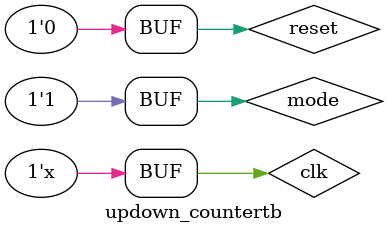
<source format=v>

module updown_countertb();
 reg clk;
 reg reset;
 reg mode;
 wire[3:0] out;

updown_counter uut(.clk(clk),.reset(reset),.mode(mode),.out(out));
initial
begin
reset = 1;
clk = 1;
mode = 0;

#100;
reset = 0;
mode =0;
#100;
reset = 0;
mode = 1;
end
always #5 clk=~clk;
endmodule
</source>
